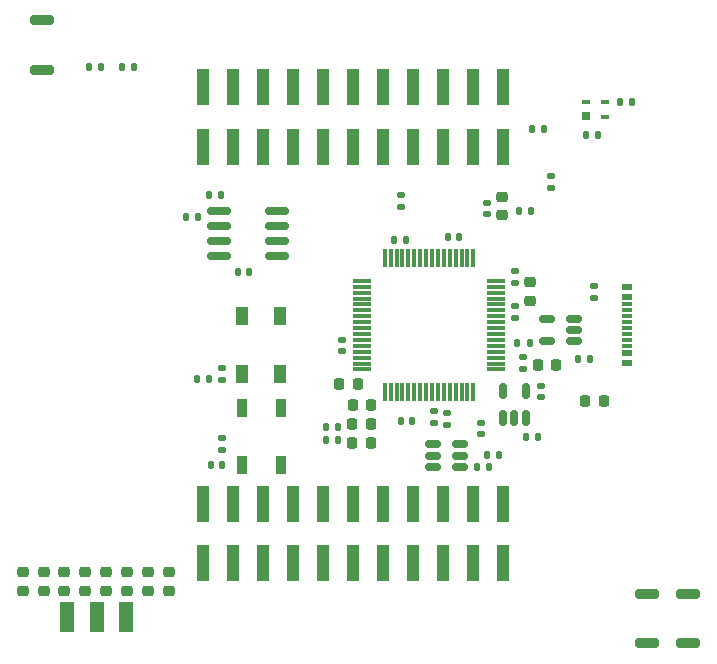
<source format=gtp>
G04 #@! TF.GenerationSoftware,KiCad,Pcbnew,6.0.10-86aedd382b~118~ubuntu22.10.1*
G04 #@! TF.CreationDate,2023-02-02T20:30:57+01:00*
G04 #@! TF.ProjectId,FPGHat,46504748-6174-42e6-9b69-6361645f7063,rev?*
G04 #@! TF.SameCoordinates,Original*
G04 #@! TF.FileFunction,Paste,Top*
G04 #@! TF.FilePolarity,Positive*
%FSLAX46Y46*%
G04 Gerber Fmt 4.6, Leading zero omitted, Abs format (unit mm)*
G04 Created by KiCad (PCBNEW 6.0.10-86aedd382b~118~ubuntu22.10.1) date 2023-02-02 20:30:57*
%MOMM*%
%LPD*%
G01*
G04 APERTURE LIST*
G04 Aperture macros list*
%AMRoundRect*
0 Rectangle with rounded corners*
0 $1 Rounding radius*
0 $2 $3 $4 $5 $6 $7 $8 $9 X,Y pos of 4 corners*
0 Add a 4 corners polygon primitive as box body*
4,1,4,$2,$3,$4,$5,$6,$7,$8,$9,$2,$3,0*
0 Add four circle primitives for the rounded corners*
1,1,$1+$1,$2,$3*
1,1,$1+$1,$4,$5*
1,1,$1+$1,$6,$7*
1,1,$1+$1,$8,$9*
0 Add four rect primitives between the rounded corners*
20,1,$1+$1,$2,$3,$4,$5,0*
20,1,$1+$1,$4,$5,$6,$7,0*
20,1,$1+$1,$6,$7,$8,$9,0*
20,1,$1+$1,$8,$9,$2,$3,0*%
G04 Aperture macros list end*
%ADD10RoundRect,0.225000X-0.225000X-0.250000X0.225000X-0.250000X0.225000X0.250000X-0.225000X0.250000X0*%
%ADD11RoundRect,0.140000X0.140000X0.170000X-0.140000X0.170000X-0.140000X-0.170000X0.140000X-0.170000X0*%
%ADD12RoundRect,0.140000X-0.170000X0.140000X-0.170000X-0.140000X0.170000X-0.140000X0.170000X0.140000X0*%
%ADD13R,1.000000X3.150000*%
%ADD14RoundRect,0.135000X-0.135000X-0.185000X0.135000X-0.185000X0.135000X0.185000X-0.135000X0.185000X0*%
%ADD15RoundRect,0.225000X0.225000X0.250000X-0.225000X0.250000X-0.225000X-0.250000X0.225000X-0.250000X0*%
%ADD16RoundRect,0.135000X0.135000X0.185000X-0.135000X0.185000X-0.135000X-0.185000X0.135000X-0.185000X0*%
%ADD17RoundRect,0.140000X0.170000X-0.140000X0.170000X0.140000X-0.170000X0.140000X-0.170000X-0.140000X0*%
%ADD18RoundRect,0.218750X0.256250X-0.218750X0.256250X0.218750X-0.256250X0.218750X-0.256250X-0.218750X0*%
%ADD19RoundRect,0.135000X-0.185000X0.135000X-0.185000X-0.135000X0.185000X-0.135000X0.185000X0.135000X0*%
%ADD20RoundRect,0.225000X-0.250000X0.225000X-0.250000X-0.225000X0.250000X-0.225000X0.250000X0.225000X0*%
%ADD21R,0.900000X1.500000*%
%ADD22RoundRect,0.135000X0.185000X-0.135000X0.185000X0.135000X-0.185000X0.135000X-0.185000X-0.135000X0*%
%ADD23RoundRect,0.150000X0.825000X0.150000X-0.825000X0.150000X-0.825000X-0.150000X0.825000X-0.150000X0*%
%ADD24R,0.750000X0.400000*%
%ADD25R,0.750000X0.800000*%
%ADD26RoundRect,0.140000X-0.140000X-0.170000X0.140000X-0.170000X0.140000X0.170000X-0.140000X0.170000X0*%
%ADD27RoundRect,0.200000X-0.800000X0.200000X-0.800000X-0.200000X0.800000X-0.200000X0.800000X0.200000X0*%
%ADD28RoundRect,0.218750X0.218750X0.256250X-0.218750X0.256250X-0.218750X-0.256250X0.218750X-0.256250X0*%
%ADD29RoundRect,0.075000X0.700000X0.075000X-0.700000X0.075000X-0.700000X-0.075000X0.700000X-0.075000X0*%
%ADD30RoundRect,0.075000X0.075000X0.700000X-0.075000X0.700000X-0.075000X-0.700000X0.075000X-0.700000X0*%
%ADD31R,1.250000X2.500000*%
%ADD32RoundRect,0.150000X0.150000X-0.512500X0.150000X0.512500X-0.150000X0.512500X-0.150000X-0.512500X0*%
%ADD33R,1.000000X1.500000*%
%ADD34RoundRect,0.150000X0.512500X0.150000X-0.512500X0.150000X-0.512500X-0.150000X0.512500X-0.150000X0*%
%ADD35R,0.950000X0.600000*%
%ADD36R,0.950000X0.300000*%
%ADD37RoundRect,0.150000X-0.512500X-0.150000X0.512500X-0.150000X0.512500X0.150000X-0.512500X0.150000X0*%
%ADD38RoundRect,0.225000X0.250000X-0.225000X0.250000X0.225000X-0.250000X0.225000X-0.250000X-0.225000X0*%
G04 APERTURE END LIST*
D10*
X48250000Y-55000000D03*
X49800000Y-55000000D03*
D11*
X54430000Y-58100000D03*
X53470000Y-58100000D03*
D12*
X65326500Y-55120000D03*
X65326500Y-56080000D03*
D13*
X36750000Y-34925000D03*
X36750000Y-29875000D03*
X39290000Y-34925000D03*
X39290000Y-29875000D03*
X41830000Y-34925000D03*
X41830000Y-29875000D03*
X44370000Y-34925000D03*
X44370000Y-29875000D03*
X46910000Y-34925000D03*
X46910000Y-29875000D03*
X49450000Y-34925000D03*
X49450000Y-29875000D03*
X51990000Y-34925000D03*
X51990000Y-29875000D03*
X54530000Y-34925000D03*
X54530000Y-29875000D03*
X57070000Y-34925000D03*
X57070000Y-29875000D03*
X59610000Y-34925000D03*
X59610000Y-29875000D03*
X62150000Y-34925000D03*
X62150000Y-29875000D03*
D14*
X47140000Y-58650000D03*
X48160000Y-58650000D03*
D15*
X50925000Y-56800000D03*
X49375000Y-56800000D03*
D16*
X38250000Y-39000000D03*
X37230000Y-39000000D03*
X65570000Y-33400000D03*
X64550000Y-33400000D03*
D17*
X60800000Y-40580000D03*
X60800000Y-39620000D03*
D18*
X26750000Y-72487500D03*
X26750000Y-70912500D03*
D19*
X57400000Y-57440000D03*
X57400000Y-58460000D03*
D16*
X60910000Y-62050000D03*
X59890000Y-62050000D03*
D14*
X72040000Y-31100000D03*
X73060000Y-31100000D03*
D18*
X33800000Y-72487500D03*
X33800000Y-70912500D03*
D20*
X64396000Y-46366000D03*
X64396000Y-47916000D03*
D21*
X40000000Y-61875000D03*
X43300000Y-61875000D03*
X43300000Y-56975000D03*
X40000000Y-56975000D03*
D16*
X28110000Y-28150000D03*
X27090000Y-28150000D03*
X30860000Y-28150000D03*
X29840000Y-28150000D03*
D14*
X35300000Y-40850000D03*
X36320000Y-40850000D03*
D22*
X66200000Y-38410000D03*
X66200000Y-37390000D03*
D23*
X43000000Y-44170000D03*
X43000000Y-42900000D03*
X43000000Y-41630000D03*
X43000000Y-40360000D03*
X38050000Y-40360000D03*
X38050000Y-41630000D03*
X38050000Y-42900000D03*
X38050000Y-44170000D03*
D24*
X69125000Y-31100000D03*
D25*
X69125000Y-32250000D03*
D24*
X70775000Y-32400000D03*
X70775000Y-31100000D03*
D26*
X52920000Y-42750000D03*
X53880000Y-42750000D03*
D16*
X37235000Y-54525000D03*
X36215000Y-54525000D03*
D22*
X53500000Y-39960000D03*
X53500000Y-38940000D03*
D27*
X74300000Y-72750000D03*
X74300000Y-76950000D03*
D17*
X60250000Y-59230000D03*
X60250000Y-58270000D03*
D28*
X70637500Y-56450000D03*
X69062500Y-56450000D03*
D14*
X63340000Y-51500000D03*
X64360000Y-51500000D03*
X47130000Y-59750000D03*
X48150000Y-59750000D03*
D16*
X69460000Y-52900000D03*
X68440000Y-52900000D03*
D29*
X61529500Y-53750000D03*
X61529500Y-53250000D03*
X61529500Y-52750000D03*
X61529500Y-52250000D03*
X61529500Y-51750000D03*
X61529500Y-51250000D03*
X61529500Y-50750000D03*
X61529500Y-50250000D03*
X61529500Y-49750000D03*
X61529500Y-49250000D03*
X61529500Y-48750000D03*
X61529500Y-48250000D03*
X61529500Y-47750000D03*
X61529500Y-47250000D03*
X61529500Y-46750000D03*
X61529500Y-46250000D03*
D30*
X59604500Y-44325000D03*
X59104500Y-44325000D03*
X58604500Y-44325000D03*
X58104500Y-44325000D03*
X57604500Y-44325000D03*
X57104500Y-44325000D03*
X56604500Y-44325000D03*
X56104500Y-44325000D03*
X55604500Y-44325000D03*
X55104500Y-44325000D03*
X54604500Y-44325000D03*
X54104500Y-44325000D03*
X53604500Y-44325000D03*
X53104500Y-44325000D03*
X52604500Y-44325000D03*
X52104500Y-44325000D03*
D29*
X50179500Y-46250000D03*
X50179500Y-46750000D03*
X50179500Y-47250000D03*
X50179500Y-47750000D03*
X50179500Y-48250000D03*
X50179500Y-48750000D03*
X50179500Y-49250000D03*
X50179500Y-49750000D03*
X50179500Y-50250000D03*
X50179500Y-50750000D03*
X50179500Y-51250000D03*
X50179500Y-51750000D03*
X50179500Y-52250000D03*
X50179500Y-52750000D03*
X50179500Y-53250000D03*
X50179500Y-53750000D03*
D30*
X52104500Y-55675000D03*
X52604500Y-55675000D03*
X53104500Y-55675000D03*
X53604500Y-55675000D03*
X54104500Y-55675000D03*
X54604500Y-55675000D03*
X55104500Y-55675000D03*
X55604500Y-55675000D03*
X56104500Y-55675000D03*
X56604500Y-55675000D03*
X57104500Y-55675000D03*
X57604500Y-55675000D03*
X58104500Y-55675000D03*
X58604500Y-55675000D03*
X59104500Y-55675000D03*
X59604500Y-55675000D03*
D31*
X25200000Y-74750000D03*
X27700000Y-74750000D03*
X30200000Y-74750000D03*
D32*
X62126500Y-57887500D03*
X63076500Y-57887500D03*
X64026500Y-57887500D03*
X64026500Y-55612500D03*
X62126500Y-55612500D03*
D11*
X58380000Y-42500000D03*
X57420000Y-42500000D03*
D16*
X61810000Y-61000000D03*
X60790000Y-61000000D03*
D19*
X63100000Y-45440000D03*
X63100000Y-46460000D03*
D33*
X40050000Y-54150000D03*
X43250000Y-54150000D03*
X43250000Y-49250000D03*
X40050000Y-49250000D03*
D34*
X68087500Y-51350000D03*
X68087500Y-50400000D03*
X68087500Y-49450000D03*
X65812500Y-49450000D03*
X65812500Y-51350000D03*
D12*
X48476500Y-51220000D03*
X48476500Y-52180000D03*
D19*
X56300000Y-57290000D03*
X56300000Y-58310000D03*
D22*
X38300000Y-60545000D03*
X38300000Y-59525000D03*
D11*
X38355000Y-61850000D03*
X37395000Y-61850000D03*
D35*
X72577500Y-46800000D03*
X72577500Y-53200000D03*
X72577500Y-52400000D03*
X72577500Y-47600000D03*
D36*
X72577500Y-51250000D03*
X72577500Y-50250000D03*
X72577500Y-49750000D03*
X72577500Y-48750000D03*
X72577500Y-48250000D03*
X72577500Y-49250000D03*
X72577500Y-50750000D03*
X72577500Y-51750000D03*
D22*
X69800000Y-47710000D03*
X69800000Y-46690000D03*
D27*
X23100000Y-24200000D03*
X23100000Y-28400000D03*
D15*
X66625000Y-53400000D03*
X65075000Y-53400000D03*
D11*
X40630000Y-45500000D03*
X39670000Y-45500000D03*
D16*
X64450000Y-40350000D03*
X63430000Y-40350000D03*
X70200000Y-33900000D03*
X69180000Y-33900000D03*
D27*
X77800000Y-72750000D03*
X77800000Y-76950000D03*
D17*
X38350000Y-54605000D03*
X38350000Y-53645000D03*
D37*
X56162500Y-60100000D03*
X56162500Y-61050000D03*
X56162500Y-62000000D03*
X58437500Y-62000000D03*
X58437500Y-61050000D03*
X58437500Y-60100000D03*
D18*
X32042855Y-72487500D03*
X32042855Y-70912500D03*
D12*
X63800000Y-52720000D03*
X63800000Y-53680000D03*
D18*
X23221430Y-72487500D03*
X23221430Y-70912500D03*
D28*
X50937500Y-60000000D03*
X49362500Y-60000000D03*
D13*
X36750000Y-70175000D03*
X36750000Y-65125000D03*
X39290000Y-70175000D03*
X39290000Y-65125000D03*
X41830000Y-70175000D03*
X41830000Y-65125000D03*
X44370000Y-70175000D03*
X44370000Y-65125000D03*
X46910000Y-70175000D03*
X46910000Y-65125000D03*
X49450000Y-70175000D03*
X49450000Y-65125000D03*
X51990000Y-70175000D03*
X51990000Y-65125000D03*
X54530000Y-70175000D03*
X54530000Y-65125000D03*
X57070000Y-70175000D03*
X57070000Y-65125000D03*
X59610000Y-70175000D03*
X59610000Y-65125000D03*
X62150000Y-70175000D03*
X62150000Y-65125000D03*
D18*
X30275000Y-72487500D03*
X30275000Y-70912500D03*
D38*
X62050000Y-40675000D03*
X62050000Y-39125000D03*
D14*
X64100000Y-59500000D03*
X65120000Y-59500000D03*
D18*
X21450000Y-72487500D03*
X21450000Y-70912500D03*
D28*
X50937500Y-58400000D03*
X49362500Y-58400000D03*
D18*
X24975000Y-72487500D03*
X24975000Y-70912500D03*
D12*
X63100000Y-48420000D03*
X63100000Y-49380000D03*
D18*
X28500000Y-72487500D03*
X28500000Y-70912500D03*
M02*

</source>
